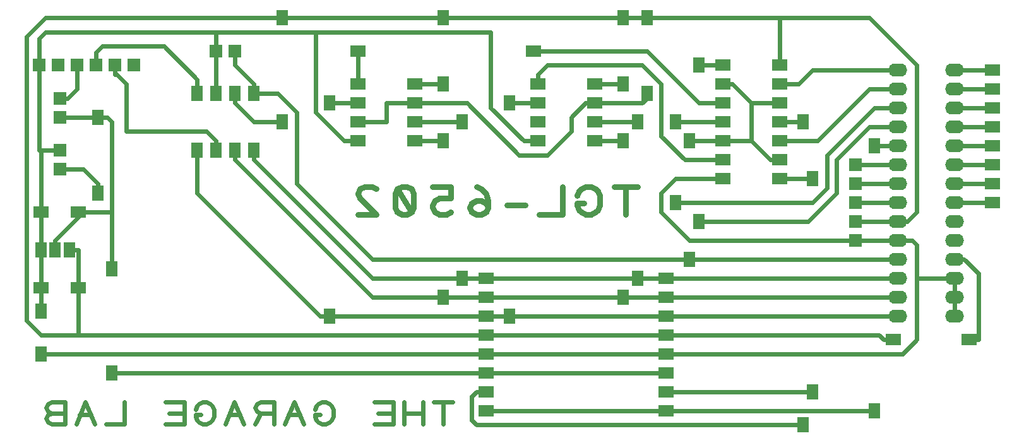
<source format=gbl>
%FSLAX23Y23*%
%MOIN*%
G04 EasyPC Gerber Version 18.0.1 Build 3581 *
%ADD10R,0.05906X0.07874*%
%ADD13R,0.06890X0.06890*%
%ADD71O,0.10000X0.06890*%
%ADD18R,0.07874X0.05906*%
%ADD12R,0.06890X0.06890*%
%ADD14C,0.02244*%
%ADD70C,0.02362*%
%ADD19C,0.03150*%
X0Y0D02*
D02*
D10*
X131Y456D03*
Y681D03*
Y1006D03*
X206D03*
X281D03*
X431Y1306D03*
Y1706D03*
X506Y356D03*
Y906D03*
X956Y1531D03*
Y1831D03*
X1056Y1531D03*
Y1831D03*
X1156Y1531D03*
Y1831D03*
X1256Y1531D03*
Y1831D03*
X1406Y1681D03*
Y2231D03*
X1656Y656D03*
Y1781D03*
X2256Y756D03*
Y1581D03*
Y1881D03*
Y2231D03*
X2356Y856D03*
Y1681D03*
X2606Y656D03*
Y1781D03*
X3206Y756D03*
Y1581D03*
Y1881D03*
Y2231D03*
X3281Y856D03*
Y1681D03*
X3331Y1831D03*
Y2231D03*
X3481Y1256D03*
Y1681D03*
X3556Y956D03*
Y1581D03*
X3606Y1156D03*
Y1981D03*
X4156Y81D03*
Y1681D03*
X4206Y256D03*
Y1381D03*
X4531Y156D03*
Y1556D03*
D02*
D12*
X231Y1431D03*
Y1531D03*
Y1706D03*
Y1806D03*
X4431Y1056D03*
Y1156D03*
Y1256D03*
Y1356D03*
Y1456D03*
D02*
D13*
X124Y1981D03*
X224D03*
X324D03*
X424D03*
X524D03*
X624D03*
X1056Y2056D03*
X1156D03*
D02*
D14*
X124Y1981D02*
Y2124D01*
X156Y2156*
X1056*
X131Y456D02*
X4681D01*
X4756Y531*
Y856*
X131Y806D02*
Y681D01*
Y806D02*
Y1006D01*
Y1206D02*
Y1006D01*
Y1206D02*
Y1531D01*
X124*
Y1981*
X231Y1531D02*
X131D01*
X231Y1706D02*
X431D01*
X324Y1981D02*
Y1856D01*
X274Y1806*
X231*
X328Y556D02*
Y806D01*
Y1006*
X281*
X328Y1206D02*
X506D01*
X328D02*
Y1178D01*
X206Y1056*
Y1006*
X431Y1306D02*
Y1356D01*
X356Y1431*
X231*
X506Y356D02*
X2481D01*
X506Y906D02*
Y1206D01*
Y1681*
X481Y1706*
X431*
X956Y1531D02*
Y1306D01*
X1606Y656*
X1656*
X956Y1831D02*
Y1906D01*
X781Y2081*
X456*
X424Y2049*
Y1981*
X1056Y1531D02*
Y1581D01*
X1006Y1631*
X581*
Y1881*
X531Y1931*
X524*
Y1981*
X1056Y2056D02*
Y1831D01*
Y2156D02*
X1581D01*
X1056D02*
Y2056D01*
X1156Y1531D02*
Y1481D01*
X1881Y756*
X2256*
X1156Y2056D02*
Y1981D01*
X1256Y1881*
Y1831*
Y1531D02*
Y1481D01*
X1881Y856*
X2356*
X1256Y1831D02*
X1381D01*
X1481Y1731*
Y1356*
X1881Y956*
X3556*
X1406Y1681D02*
X1256D01*
X1156Y1781*
Y1831*
X1406Y2231D02*
X156D01*
X56Y2131*
Y631*
X131Y556*
X328*
X1581Y2156D02*
X2506D01*
Y1756*
X2681Y1581*
X2756*
X1581Y2156D02*
Y1731D01*
X1731Y1581*
X1806*
X1656Y656D02*
X2481D01*
X1656Y1781D02*
X1806D01*
Y1681D02*
X1956D01*
Y1781*
X2106*
X1806Y1881D02*
Y2056D01*
X2106Y1581D02*
X2256D01*
X2106Y1681D02*
X2356D01*
X2106Y1781D02*
X2381D01*
X2656Y1506*
X2806*
X2931Y1631*
Y1706*
X3006Y1781*
X3056*
X2106Y1881D02*
X2256D01*
Y756D02*
X2481D01*
X2256Y2231D02*
X1406D01*
X2256D02*
X3206D01*
X2356Y856D02*
X2481D01*
Y156D02*
X3431D01*
X2481Y256D02*
X2431D01*
X2406Y231*
Y106*
X2431Y81*
X4156*
X2481Y356D02*
X3431D01*
X2481Y556D02*
X3431D01*
X2481D02*
X328D01*
X2481Y656D02*
X2606D01*
X2481Y756D02*
X3206D01*
X2481Y856D02*
X3281D01*
X2606Y656D02*
X3431D01*
X2606Y1781D02*
X2756D01*
X2731Y2056D02*
X3331D01*
X3606Y1781*
X3731*
X3056Y1581D02*
X3206D01*
X3056Y1681D02*
X3281D01*
X3056Y1781D02*
X3306D01*
X3331Y1806*
Y1831*
X3056Y1881D02*
X3206D01*
Y756D02*
X3431D01*
X3206Y2231D02*
X3331D01*
X3281Y856D02*
X3431D01*
Y156D02*
X4531D01*
X3431Y256D02*
X4206D01*
X3431Y656D02*
X4656D01*
X3431Y756D02*
X4656D01*
X3431Y856D02*
X4656D01*
X3481Y1681D02*
X3731D01*
X3556Y1581D02*
X3731D01*
X3606Y1981D02*
X3731D01*
Y1381D02*
X3481D01*
X3406Y1306*
Y1206*
X3556Y1056*
X4431*
X3731Y1481D02*
X3531D01*
X3406Y1606*
Y1881*
X3306Y1981*
X2806*
X2756Y1931*
Y1881*
X3731Y1581D02*
X3881D01*
X3731Y1881D02*
X3781D01*
X3881Y1781*
Y1581D02*
X3981Y1481D01*
X4031*
X3881Y1781D02*
Y1581D01*
X4031Y1381D02*
X4206D01*
X4031Y1581D02*
X4231D01*
X4506Y1856*
X4656*
X4031Y1681D02*
X4156D01*
X4031Y1781D02*
X3881D01*
X4031Y1981D02*
Y2231D01*
X3331*
X4431Y1056D02*
X4656D01*
X4431Y1156D02*
X4656D01*
X4431Y1256D02*
X4656D01*
X4431Y1356D02*
X4656D01*
X4431Y1456D02*
X4656D01*
X4531Y1556D02*
X4656D01*
X4631Y531D02*
X4581D01*
X4556Y556*
X3431*
X4656Y956D02*
X3556D01*
X4656Y1156D02*
X4706D01*
X4756Y1206*
Y1981*
X4506Y2231*
X4031*
X4656Y1656D02*
X4506D01*
X4331Y1481*
Y1306*
X4181Y1156*
X3606*
X4656Y1756D02*
X4531D01*
X4281Y1506*
Y1331*
X4206Y1256*
X3481*
X4656Y1956D02*
X4206D01*
X4131Y1881*
X4031*
X4756Y856D02*
Y1031D01*
X4731Y1056*
X4656*
X4956Y756D02*
Y656D01*
Y856D02*
X4756D01*
X4956D02*
Y756D01*
Y1256D02*
X5156D01*
X4956Y1356D02*
X5156D01*
X4956Y1456D02*
X5156D01*
X4956Y1556D02*
X5156D01*
X4956Y1656D02*
X5156D01*
X4956Y1756D02*
X5156D01*
X4956Y1856D02*
X5156D01*
X4956Y1956D02*
X5156D01*
X5031Y531D02*
X5081D01*
Y881*
X5006Y956*
X4956*
D02*
D18*
X131Y806D03*
Y1206D03*
X328Y806D03*
Y1206D03*
X1806Y1581D03*
Y1681D03*
Y1781D03*
Y1881D03*
Y2056D03*
X2106Y1581D03*
Y1681D03*
Y1781D03*
Y1881D03*
X2481Y156D03*
Y256D03*
Y356D03*
Y456D03*
Y556D03*
Y656D03*
Y756D03*
Y856D03*
X2731Y2056D03*
X2756Y1581D03*
Y1681D03*
Y1781D03*
Y1881D03*
X3056Y1581D03*
Y1681D03*
Y1781D03*
Y1881D03*
X3431Y156D03*
Y256D03*
Y356D03*
Y456D03*
Y556D03*
Y656D03*
Y756D03*
Y856D03*
X3731Y1381D03*
Y1481D03*
Y1581D03*
Y1681D03*
Y1781D03*
Y1881D03*
Y1981D03*
X4031Y1381D03*
Y1481D03*
Y1581D03*
Y1681D03*
Y1781D03*
Y1881D03*
Y1981D03*
X4631Y531D03*
X5031D03*
X5156Y1256D03*
Y1356D03*
Y1456D03*
Y1556D03*
Y1656D03*
Y1756D03*
Y1856D03*
Y1956D03*
D02*
D19*
X3219Y1193D02*
Y1340D01*
X3281D02*
X3158D01*
X2998Y1254D02*
X2961D01*
Y1242*
X2973Y1217*
X2986Y1205*
X3010Y1193*
X3035*
X3059Y1205*
X3072Y1217*
X3084Y1242*
Y1291*
X3072Y1316*
X3059Y1328*
X3035Y1340*
X3010*
X2986Y1328*
X2973Y1316*
X2961Y1291*
X2887Y1340D02*
Y1193D01*
X2764*
X2690Y1242D02*
X2592D01*
X2494Y1230D02*
X2481Y1254D01*
X2457Y1267*
X2432*
X2407Y1254*
X2395Y1230*
X2407Y1205*
X2432Y1193*
X2457*
X2481Y1205*
X2494Y1230*
Y1267*
X2481Y1304*
X2457Y1328*
X2432Y1340*
X2297Y1205D02*
X2272Y1193D01*
X2235*
X2211Y1205*
X2198Y1230*
Y1242*
X2211Y1267*
X2235Y1279*
X2297*
Y1340*
X2198*
X2088Y1205D02*
X2063Y1193D01*
X2038*
X2014Y1205*
X2001Y1230*
Y1304*
X2014Y1328*
X2038Y1340*
X2063*
X2088Y1328*
X2100Y1304*
Y1230*
X2088Y1205*
X2014Y1328*
X1805Y1193D02*
X1903D01*
X1817Y1279*
X1805Y1304*
X1817Y1328*
X1841Y1340*
X1878*
X1903Y1328*
D02*
D70*
X2257Y85D02*
Y204D01*
X2306D02*
X2207D01*
X2148Y85D02*
Y204D01*
Y144D02*
X2050D01*
Y85D02*
Y204D01*
X1991Y85D02*
Y204D01*
X1893*
X1912Y144D02*
X1991D01*
Y85D02*
X1893D01*
X1607Y135D02*
X1578D01*
Y125*
X1587Y105*
X1597Y95*
X1617Y85*
X1637*
X1656Y95*
X1666Y105*
X1676Y125*
Y164*
X1666Y184*
X1656Y194*
X1637Y204*
X1617*
X1597Y194*
X1587Y184*
X1578Y164*
X1519Y85D02*
X1469Y204D01*
X1420Y85*
X1499Y135D02*
X1440D01*
X1361Y85D02*
Y204D01*
X1292*
X1272Y194*
X1263Y174*
X1272Y154*
X1292Y144*
X1361*
X1292D02*
X1263Y85D01*
X1204D02*
X1154Y204D01*
X1105Y85*
X1184Y135D02*
X1125D01*
X977D02*
X948D01*
Y125*
X957Y105*
X967Y95*
X987Y85*
X1007*
X1026Y95*
X1036Y105*
X1046Y125*
Y164*
X1036Y184*
X1026Y194*
X1007Y204*
X987*
X967Y194*
X957Y184*
X948Y164*
X889Y85D02*
Y204D01*
X790*
X810Y144D02*
X889D01*
Y85D02*
X790D01*
X574Y204D02*
Y85D01*
X475*
X416D02*
X367Y204D01*
X318Y85*
X396Y135D02*
X337D01*
X190Y144D02*
X170Y135D01*
X160Y115*
X170Y95*
X190Y85*
X259*
Y204*
X190*
X170Y194*
X160Y174*
X170Y154*
X190Y144*
X259*
D02*
D71*
X4656Y656D03*
Y756D03*
Y856D03*
Y956D03*
Y1056D03*
Y1156D03*
Y1256D03*
Y1356D03*
Y1456D03*
Y1556D03*
Y1656D03*
Y1756D03*
Y1856D03*
Y1956D03*
X4956Y656D03*
Y756D03*
Y856D03*
Y956D03*
Y1056D03*
Y1156D03*
Y1256D03*
Y1356D03*
Y1456D03*
Y1556D03*
Y1656D03*
Y1756D03*
Y1856D03*
Y1956D03*
X0Y0D02*
M02*

</source>
